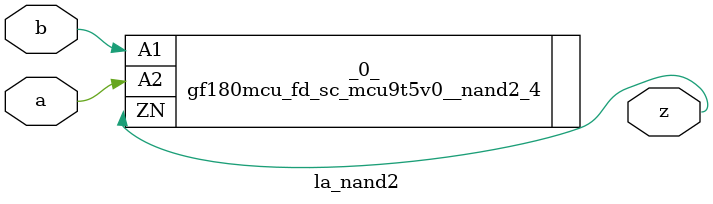
<source format=v>

/* Generated by Yosys 0.44 (git sha1 80ba43d26, g++ 11.4.0-1ubuntu1~22.04 -fPIC -O3) */

(* top =  1  *)
(* src = "generated" *)
module la_nand2 (
    a,
    b,
    z
);
  (* src = "generated" *)
  input a;
  wire a;
  (* src = "generated" *)
  input b;
  wire b;
  (* src = "generated" *)
  output z;
  wire z;
  gf180mcu_fd_sc_mcu9t5v0__nand2_4 _0_ (
      .A1(b),
      .A2(a),
      .ZN(z)
  );
endmodule

</source>
